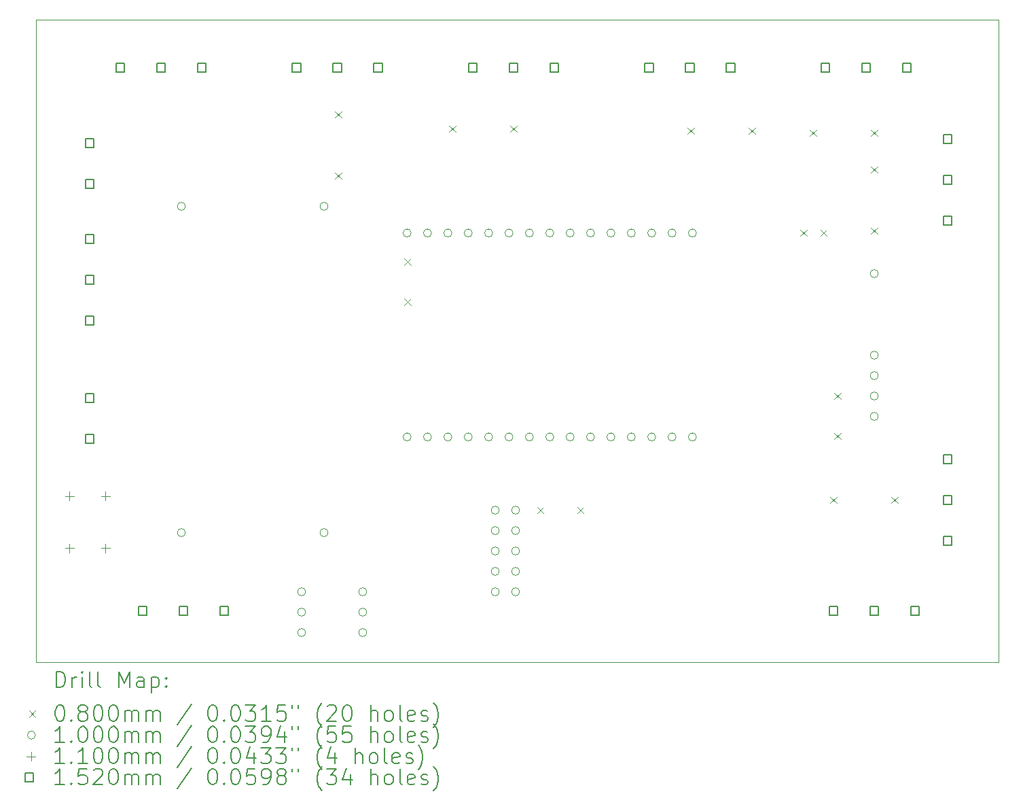
<source format=gbr>
%TF.GenerationSoftware,KiCad,Pcbnew,(6.0.7)*%
%TF.CreationDate,2022-09-07T13:32:16-04:00*%
%TF.ProjectId,luison-electronics,6c756973-6f6e-42d6-956c-656374726f6e,rev?*%
%TF.SameCoordinates,Original*%
%TF.FileFunction,Drillmap*%
%TF.FilePolarity,Positive*%
%FSLAX45Y45*%
G04 Gerber Fmt 4.5, Leading zero omitted, Abs format (unit mm)*
G04 Created by KiCad (PCBNEW (6.0.7)) date 2022-09-07 13:32:16*
%MOMM*%
%LPD*%
G01*
G04 APERTURE LIST*
%ADD10C,0.100000*%
%ADD11C,0.200000*%
%ADD12C,0.080000*%
%ADD13C,0.110000*%
%ADD14C,0.152000*%
G04 APERTURE END LIST*
D10*
X3925800Y-7353800D02*
X15925800Y-7353800D01*
X15925800Y-7353800D02*
X15925800Y-15353800D01*
X15925800Y-15353800D02*
X3925800Y-15353800D01*
X3925800Y-15353800D02*
X3925800Y-7353800D01*
D11*
D12*
X7656200Y-8494400D02*
X7736200Y-8574400D01*
X7736200Y-8494400D02*
X7656200Y-8574400D01*
X7656200Y-9256400D02*
X7736200Y-9336400D01*
X7736200Y-9256400D02*
X7656200Y-9336400D01*
X8519800Y-10327200D02*
X8599800Y-10407200D01*
X8599800Y-10327200D02*
X8519800Y-10407200D01*
X8519800Y-10827200D02*
X8599800Y-10907200D01*
X8599800Y-10827200D02*
X8519800Y-10907200D01*
X9078600Y-8672200D02*
X9158600Y-8752200D01*
X9158600Y-8672200D02*
X9078600Y-8752200D01*
X9840600Y-8672200D02*
X9920600Y-8752200D01*
X9920600Y-8672200D02*
X9840600Y-8752200D01*
X10174800Y-13422000D02*
X10254800Y-13502000D01*
X10254800Y-13422000D02*
X10174800Y-13502000D01*
X10674800Y-13422000D02*
X10754800Y-13502000D01*
X10754800Y-13422000D02*
X10674800Y-13502000D01*
X12050400Y-8697600D02*
X12130400Y-8777600D01*
X12130400Y-8697600D02*
X12050400Y-8777600D01*
X12812400Y-8697600D02*
X12892400Y-8777600D01*
X12892400Y-8697600D02*
X12812400Y-8777600D01*
X13453889Y-9967600D02*
X13533889Y-10047600D01*
X13533889Y-9967600D02*
X13453889Y-10047600D01*
X13574400Y-8723000D02*
X13654400Y-8803000D01*
X13654400Y-8723000D02*
X13574400Y-8803000D01*
X13703889Y-9967600D02*
X13783889Y-10047600D01*
X13783889Y-9967600D02*
X13703889Y-10047600D01*
X13828400Y-13295000D02*
X13908400Y-13375000D01*
X13908400Y-13295000D02*
X13828400Y-13375000D01*
X13879200Y-11999600D02*
X13959200Y-12079600D01*
X13959200Y-11999600D02*
X13879200Y-12079600D01*
X13879200Y-12499600D02*
X13959200Y-12579600D01*
X13959200Y-12499600D02*
X13879200Y-12579600D01*
X14336400Y-8723000D02*
X14416400Y-8803000D01*
X14416400Y-8723000D02*
X14336400Y-8803000D01*
X14336400Y-9180200D02*
X14416400Y-9260200D01*
X14416400Y-9180200D02*
X14336400Y-9260200D01*
X14336400Y-9942200D02*
X14416400Y-10022200D01*
X14416400Y-9942200D02*
X14336400Y-10022200D01*
X14590400Y-13295000D02*
X14670400Y-13375000D01*
X14670400Y-13295000D02*
X14590400Y-13375000D01*
D10*
X5790400Y-9677400D02*
G75*
G03*
X5790400Y-9677400I-50000J0D01*
G01*
X5790400Y-13741400D02*
G75*
G03*
X5790400Y-13741400I-50000J0D01*
G01*
X7289000Y-14478000D02*
G75*
G03*
X7289000Y-14478000I-50000J0D01*
G01*
X7289000Y-14732000D02*
G75*
G03*
X7289000Y-14732000I-50000J0D01*
G01*
X7289000Y-14986000D02*
G75*
G03*
X7289000Y-14986000I-50000J0D01*
G01*
X7568400Y-9677400D02*
G75*
G03*
X7568400Y-9677400I-50000J0D01*
G01*
X7568400Y-13741400D02*
G75*
G03*
X7568400Y-13741400I-50000J0D01*
G01*
X8051000Y-14478000D02*
G75*
G03*
X8051000Y-14478000I-50000J0D01*
G01*
X8051000Y-14732000D02*
G75*
G03*
X8051000Y-14732000I-50000J0D01*
G01*
X8051000Y-14986000D02*
G75*
G03*
X8051000Y-14986000I-50000J0D01*
G01*
X8603993Y-10009100D02*
G75*
G03*
X8603993Y-10009100I-50000J0D01*
G01*
X8603993Y-12549100D02*
G75*
G03*
X8603993Y-12549100I-50000J0D01*
G01*
X8857993Y-10009100D02*
G75*
G03*
X8857993Y-10009100I-50000J0D01*
G01*
X8857993Y-12549100D02*
G75*
G03*
X8857993Y-12549100I-50000J0D01*
G01*
X9111993Y-10009100D02*
G75*
G03*
X9111993Y-10009100I-50000J0D01*
G01*
X9111993Y-12549100D02*
G75*
G03*
X9111993Y-12549100I-50000J0D01*
G01*
X9365993Y-10009100D02*
G75*
G03*
X9365993Y-10009100I-50000J0D01*
G01*
X9365993Y-12549100D02*
G75*
G03*
X9365993Y-12549100I-50000J0D01*
G01*
X9619993Y-10009100D02*
G75*
G03*
X9619993Y-10009100I-50000J0D01*
G01*
X9619993Y-12549100D02*
G75*
G03*
X9619993Y-12549100I-50000J0D01*
G01*
X9702000Y-13462000D02*
G75*
G03*
X9702000Y-13462000I-50000J0D01*
G01*
X9702000Y-13716000D02*
G75*
G03*
X9702000Y-13716000I-50000J0D01*
G01*
X9702000Y-13970000D02*
G75*
G03*
X9702000Y-13970000I-50000J0D01*
G01*
X9702000Y-14224000D02*
G75*
G03*
X9702000Y-14224000I-50000J0D01*
G01*
X9702000Y-14478000D02*
G75*
G03*
X9702000Y-14478000I-50000J0D01*
G01*
X9873993Y-10009100D02*
G75*
G03*
X9873993Y-10009100I-50000J0D01*
G01*
X9873993Y-12549100D02*
G75*
G03*
X9873993Y-12549100I-50000J0D01*
G01*
X9956000Y-13462000D02*
G75*
G03*
X9956000Y-13462000I-50000J0D01*
G01*
X9956000Y-13716000D02*
G75*
G03*
X9956000Y-13716000I-50000J0D01*
G01*
X9956000Y-13970000D02*
G75*
G03*
X9956000Y-13970000I-50000J0D01*
G01*
X9956000Y-14224000D02*
G75*
G03*
X9956000Y-14224000I-50000J0D01*
G01*
X9956000Y-14478000D02*
G75*
G03*
X9956000Y-14478000I-50000J0D01*
G01*
X10127993Y-10009100D02*
G75*
G03*
X10127993Y-10009100I-50000J0D01*
G01*
X10127993Y-12549100D02*
G75*
G03*
X10127993Y-12549100I-50000J0D01*
G01*
X10381993Y-10009100D02*
G75*
G03*
X10381993Y-10009100I-50000J0D01*
G01*
X10381993Y-12549100D02*
G75*
G03*
X10381993Y-12549100I-50000J0D01*
G01*
X10635993Y-10009100D02*
G75*
G03*
X10635993Y-10009100I-50000J0D01*
G01*
X10635993Y-12549100D02*
G75*
G03*
X10635993Y-12549100I-50000J0D01*
G01*
X10889993Y-10009100D02*
G75*
G03*
X10889993Y-10009100I-50000J0D01*
G01*
X10889993Y-12549100D02*
G75*
G03*
X10889993Y-12549100I-50000J0D01*
G01*
X11143993Y-10009100D02*
G75*
G03*
X11143993Y-10009100I-50000J0D01*
G01*
X11143993Y-12549100D02*
G75*
G03*
X11143993Y-12549100I-50000J0D01*
G01*
X11397992Y-10009100D02*
G75*
G03*
X11397992Y-10009100I-50000J0D01*
G01*
X11397992Y-12549100D02*
G75*
G03*
X11397992Y-12549100I-50000J0D01*
G01*
X11651992Y-10009100D02*
G75*
G03*
X11651992Y-10009100I-50000J0D01*
G01*
X11651992Y-12549100D02*
G75*
G03*
X11651992Y-12549100I-50000J0D01*
G01*
X11905992Y-10009100D02*
G75*
G03*
X11905992Y-10009100I-50000J0D01*
G01*
X11905992Y-12549100D02*
G75*
G03*
X11905992Y-12549100I-50000J0D01*
G01*
X12159992Y-10009100D02*
G75*
G03*
X12159992Y-10009100I-50000J0D01*
G01*
X12159992Y-12549100D02*
G75*
G03*
X12159992Y-12549100I-50000J0D01*
G01*
X14426400Y-10515600D02*
G75*
G03*
X14426400Y-10515600I-50000J0D01*
G01*
X14426400Y-11531600D02*
G75*
G03*
X14426400Y-11531600I-50000J0D01*
G01*
X14426400Y-11785600D02*
G75*
G03*
X14426400Y-11785600I-50000J0D01*
G01*
X14426400Y-12039600D02*
G75*
G03*
X14426400Y-12039600I-50000J0D01*
G01*
X14426400Y-12293600D02*
G75*
G03*
X14426400Y-12293600I-50000J0D01*
G01*
D13*
X4343400Y-13229200D02*
X4343400Y-13339200D01*
X4288400Y-13284200D02*
X4398400Y-13284200D01*
X4343400Y-13879200D02*
X4343400Y-13989200D01*
X4288400Y-13934200D02*
X4398400Y-13934200D01*
X4793400Y-13229200D02*
X4793400Y-13339200D01*
X4738400Y-13284200D02*
X4848400Y-13284200D01*
X4793400Y-13879200D02*
X4793400Y-13989200D01*
X4738400Y-13934200D02*
X4848400Y-13934200D01*
D14*
X4651141Y-8943741D02*
X4651141Y-8836259D01*
X4543659Y-8836259D01*
X4543659Y-8943741D01*
X4651141Y-8943741D01*
X4651141Y-9451741D02*
X4651141Y-9344259D01*
X4543659Y-9344259D01*
X4543659Y-9451741D01*
X4651141Y-9451741D01*
X4651141Y-10137541D02*
X4651141Y-10030059D01*
X4543659Y-10030059D01*
X4543659Y-10137541D01*
X4651141Y-10137541D01*
X4651141Y-10645541D02*
X4651141Y-10538059D01*
X4543659Y-10538059D01*
X4543659Y-10645541D01*
X4651141Y-10645541D01*
X4651141Y-11153541D02*
X4651141Y-11046059D01*
X4543659Y-11046059D01*
X4543659Y-11153541D01*
X4651141Y-11153541D01*
X4651141Y-12118741D02*
X4651141Y-12011259D01*
X4543659Y-12011259D01*
X4543659Y-12118741D01*
X4651141Y-12118741D01*
X4651141Y-12626741D02*
X4651141Y-12519259D01*
X4543659Y-12519259D01*
X4543659Y-12626741D01*
X4651141Y-12626741D01*
X5032141Y-8003941D02*
X5032141Y-7896459D01*
X4924659Y-7896459D01*
X4924659Y-8003941D01*
X5032141Y-8003941D01*
X5311541Y-14768441D02*
X5311541Y-14660959D01*
X5204059Y-14660959D01*
X5204059Y-14768441D01*
X5311541Y-14768441D01*
X5540141Y-8003941D02*
X5540141Y-7896459D01*
X5432659Y-7896459D01*
X5432659Y-8003941D01*
X5540141Y-8003941D01*
X5819541Y-14768441D02*
X5819541Y-14660959D01*
X5712059Y-14660959D01*
X5712059Y-14768441D01*
X5819541Y-14768441D01*
X6048141Y-8003941D02*
X6048141Y-7896459D01*
X5940659Y-7896459D01*
X5940659Y-8003941D01*
X6048141Y-8003941D01*
X6327541Y-14768441D02*
X6327541Y-14660959D01*
X6220059Y-14660959D01*
X6220059Y-14768441D01*
X6327541Y-14768441D01*
X7229241Y-8003941D02*
X7229241Y-7896459D01*
X7121759Y-7896459D01*
X7121759Y-8003941D01*
X7229241Y-8003941D01*
X7737241Y-8003941D02*
X7737241Y-7896459D01*
X7629759Y-7896459D01*
X7629759Y-8003941D01*
X7737241Y-8003941D01*
X8245241Y-8003941D02*
X8245241Y-7896459D01*
X8137759Y-7896459D01*
X8137759Y-8003941D01*
X8245241Y-8003941D01*
X9426341Y-8003941D02*
X9426341Y-7896459D01*
X9318859Y-7896459D01*
X9318859Y-8003941D01*
X9426341Y-8003941D01*
X9934341Y-8003941D02*
X9934341Y-7896459D01*
X9826859Y-7896459D01*
X9826859Y-8003941D01*
X9934341Y-8003941D01*
X10442341Y-8003941D02*
X10442341Y-7896459D01*
X10334859Y-7896459D01*
X10334859Y-8003941D01*
X10442341Y-8003941D01*
X11623441Y-8003941D02*
X11623441Y-7896459D01*
X11515959Y-7896459D01*
X11515959Y-8003941D01*
X11623441Y-8003941D01*
X12131441Y-8003941D02*
X12131441Y-7896459D01*
X12023959Y-7896459D01*
X12023959Y-8003941D01*
X12131441Y-8003941D01*
X12639441Y-8003941D02*
X12639441Y-7896459D01*
X12531959Y-7896459D01*
X12531959Y-8003941D01*
X12639441Y-8003941D01*
X13820541Y-8003941D02*
X13820541Y-7896459D01*
X13713059Y-7896459D01*
X13713059Y-8003941D01*
X13820541Y-8003941D01*
X13922141Y-14768441D02*
X13922141Y-14660959D01*
X13814659Y-14660959D01*
X13814659Y-14768441D01*
X13922141Y-14768441D01*
X14328541Y-8003941D02*
X14328541Y-7896459D01*
X14221059Y-7896459D01*
X14221059Y-8003941D01*
X14328541Y-8003941D01*
X14430141Y-14768441D02*
X14430141Y-14660959D01*
X14322659Y-14660959D01*
X14322659Y-14768441D01*
X14430141Y-14768441D01*
X14836541Y-8003941D02*
X14836541Y-7896459D01*
X14729059Y-7896459D01*
X14729059Y-8003941D01*
X14836541Y-8003941D01*
X14938141Y-14768441D02*
X14938141Y-14660959D01*
X14830659Y-14660959D01*
X14830659Y-14768441D01*
X14938141Y-14768441D01*
X15344541Y-8892941D02*
X15344541Y-8785459D01*
X15237059Y-8785459D01*
X15237059Y-8892941D01*
X15344541Y-8892941D01*
X15344541Y-9400941D02*
X15344541Y-9293459D01*
X15237059Y-9293459D01*
X15237059Y-9400941D01*
X15344541Y-9400941D01*
X15344541Y-9908941D02*
X15344541Y-9801459D01*
X15237059Y-9801459D01*
X15237059Y-9908941D01*
X15344541Y-9908941D01*
X15344541Y-12880741D02*
X15344541Y-12773259D01*
X15237059Y-12773259D01*
X15237059Y-12880741D01*
X15344541Y-12880741D01*
X15344541Y-13388741D02*
X15344541Y-13281259D01*
X15237059Y-13281259D01*
X15237059Y-13388741D01*
X15344541Y-13388741D01*
X15344541Y-13896741D02*
X15344541Y-13789259D01*
X15237059Y-13789259D01*
X15237059Y-13896741D01*
X15344541Y-13896741D01*
D11*
X4178419Y-15669276D02*
X4178419Y-15469276D01*
X4226038Y-15469276D01*
X4254610Y-15478800D01*
X4273657Y-15497848D01*
X4283181Y-15516895D01*
X4292705Y-15554990D01*
X4292705Y-15583562D01*
X4283181Y-15621657D01*
X4273657Y-15640705D01*
X4254610Y-15659752D01*
X4226038Y-15669276D01*
X4178419Y-15669276D01*
X4378419Y-15669276D02*
X4378419Y-15535943D01*
X4378419Y-15574038D02*
X4387943Y-15554990D01*
X4397467Y-15545467D01*
X4416514Y-15535943D01*
X4435562Y-15535943D01*
X4502229Y-15669276D02*
X4502229Y-15535943D01*
X4502229Y-15469276D02*
X4492705Y-15478800D01*
X4502229Y-15488324D01*
X4511752Y-15478800D01*
X4502229Y-15469276D01*
X4502229Y-15488324D01*
X4626038Y-15669276D02*
X4606990Y-15659752D01*
X4597467Y-15640705D01*
X4597467Y-15469276D01*
X4730800Y-15669276D02*
X4711752Y-15659752D01*
X4702229Y-15640705D01*
X4702229Y-15469276D01*
X4959371Y-15669276D02*
X4959371Y-15469276D01*
X5026038Y-15612133D01*
X5092705Y-15469276D01*
X5092705Y-15669276D01*
X5273657Y-15669276D02*
X5273657Y-15564514D01*
X5264133Y-15545467D01*
X5245086Y-15535943D01*
X5206990Y-15535943D01*
X5187943Y-15545467D01*
X5273657Y-15659752D02*
X5254610Y-15669276D01*
X5206990Y-15669276D01*
X5187943Y-15659752D01*
X5178419Y-15640705D01*
X5178419Y-15621657D01*
X5187943Y-15602609D01*
X5206990Y-15593086D01*
X5254610Y-15593086D01*
X5273657Y-15583562D01*
X5368895Y-15535943D02*
X5368895Y-15735943D01*
X5368895Y-15545467D02*
X5387943Y-15535943D01*
X5426038Y-15535943D01*
X5445086Y-15545467D01*
X5454610Y-15554990D01*
X5464133Y-15574038D01*
X5464133Y-15631181D01*
X5454610Y-15650228D01*
X5445086Y-15659752D01*
X5426038Y-15669276D01*
X5387943Y-15669276D01*
X5368895Y-15659752D01*
X5549848Y-15650228D02*
X5559371Y-15659752D01*
X5549848Y-15669276D01*
X5540324Y-15659752D01*
X5549848Y-15650228D01*
X5549848Y-15669276D01*
X5549848Y-15545467D02*
X5559371Y-15554990D01*
X5549848Y-15564514D01*
X5540324Y-15554990D01*
X5549848Y-15545467D01*
X5549848Y-15564514D01*
D12*
X3840800Y-15958800D02*
X3920800Y-16038800D01*
X3920800Y-15958800D02*
X3840800Y-16038800D01*
D11*
X4216514Y-15889276D02*
X4235562Y-15889276D01*
X4254610Y-15898800D01*
X4264133Y-15908324D01*
X4273657Y-15927371D01*
X4283181Y-15965467D01*
X4283181Y-16013086D01*
X4273657Y-16051181D01*
X4264133Y-16070228D01*
X4254610Y-16079752D01*
X4235562Y-16089276D01*
X4216514Y-16089276D01*
X4197467Y-16079752D01*
X4187943Y-16070228D01*
X4178419Y-16051181D01*
X4168895Y-16013086D01*
X4168895Y-15965467D01*
X4178419Y-15927371D01*
X4187943Y-15908324D01*
X4197467Y-15898800D01*
X4216514Y-15889276D01*
X4368895Y-16070228D02*
X4378419Y-16079752D01*
X4368895Y-16089276D01*
X4359371Y-16079752D01*
X4368895Y-16070228D01*
X4368895Y-16089276D01*
X4492705Y-15974990D02*
X4473657Y-15965467D01*
X4464133Y-15955943D01*
X4454610Y-15936895D01*
X4454610Y-15927371D01*
X4464133Y-15908324D01*
X4473657Y-15898800D01*
X4492705Y-15889276D01*
X4530800Y-15889276D01*
X4549848Y-15898800D01*
X4559371Y-15908324D01*
X4568895Y-15927371D01*
X4568895Y-15936895D01*
X4559371Y-15955943D01*
X4549848Y-15965467D01*
X4530800Y-15974990D01*
X4492705Y-15974990D01*
X4473657Y-15984514D01*
X4464133Y-15994038D01*
X4454610Y-16013086D01*
X4454610Y-16051181D01*
X4464133Y-16070228D01*
X4473657Y-16079752D01*
X4492705Y-16089276D01*
X4530800Y-16089276D01*
X4549848Y-16079752D01*
X4559371Y-16070228D01*
X4568895Y-16051181D01*
X4568895Y-16013086D01*
X4559371Y-15994038D01*
X4549848Y-15984514D01*
X4530800Y-15974990D01*
X4692705Y-15889276D02*
X4711752Y-15889276D01*
X4730800Y-15898800D01*
X4740324Y-15908324D01*
X4749848Y-15927371D01*
X4759371Y-15965467D01*
X4759371Y-16013086D01*
X4749848Y-16051181D01*
X4740324Y-16070228D01*
X4730800Y-16079752D01*
X4711752Y-16089276D01*
X4692705Y-16089276D01*
X4673657Y-16079752D01*
X4664133Y-16070228D01*
X4654610Y-16051181D01*
X4645086Y-16013086D01*
X4645086Y-15965467D01*
X4654610Y-15927371D01*
X4664133Y-15908324D01*
X4673657Y-15898800D01*
X4692705Y-15889276D01*
X4883181Y-15889276D02*
X4902229Y-15889276D01*
X4921276Y-15898800D01*
X4930800Y-15908324D01*
X4940324Y-15927371D01*
X4949848Y-15965467D01*
X4949848Y-16013086D01*
X4940324Y-16051181D01*
X4930800Y-16070228D01*
X4921276Y-16079752D01*
X4902229Y-16089276D01*
X4883181Y-16089276D01*
X4864133Y-16079752D01*
X4854610Y-16070228D01*
X4845086Y-16051181D01*
X4835562Y-16013086D01*
X4835562Y-15965467D01*
X4845086Y-15927371D01*
X4854610Y-15908324D01*
X4864133Y-15898800D01*
X4883181Y-15889276D01*
X5035562Y-16089276D02*
X5035562Y-15955943D01*
X5035562Y-15974990D02*
X5045086Y-15965467D01*
X5064133Y-15955943D01*
X5092705Y-15955943D01*
X5111752Y-15965467D01*
X5121276Y-15984514D01*
X5121276Y-16089276D01*
X5121276Y-15984514D02*
X5130800Y-15965467D01*
X5149848Y-15955943D01*
X5178419Y-15955943D01*
X5197467Y-15965467D01*
X5206990Y-15984514D01*
X5206990Y-16089276D01*
X5302229Y-16089276D02*
X5302229Y-15955943D01*
X5302229Y-15974990D02*
X5311752Y-15965467D01*
X5330800Y-15955943D01*
X5359371Y-15955943D01*
X5378419Y-15965467D01*
X5387943Y-15984514D01*
X5387943Y-16089276D01*
X5387943Y-15984514D02*
X5397467Y-15965467D01*
X5416514Y-15955943D01*
X5445086Y-15955943D01*
X5464133Y-15965467D01*
X5473657Y-15984514D01*
X5473657Y-16089276D01*
X5864133Y-15879752D02*
X5692705Y-16136895D01*
X6121276Y-15889276D02*
X6140324Y-15889276D01*
X6159371Y-15898800D01*
X6168895Y-15908324D01*
X6178419Y-15927371D01*
X6187943Y-15965467D01*
X6187943Y-16013086D01*
X6178419Y-16051181D01*
X6168895Y-16070228D01*
X6159371Y-16079752D01*
X6140324Y-16089276D01*
X6121276Y-16089276D01*
X6102228Y-16079752D01*
X6092705Y-16070228D01*
X6083181Y-16051181D01*
X6073657Y-16013086D01*
X6073657Y-15965467D01*
X6083181Y-15927371D01*
X6092705Y-15908324D01*
X6102228Y-15898800D01*
X6121276Y-15889276D01*
X6273657Y-16070228D02*
X6283181Y-16079752D01*
X6273657Y-16089276D01*
X6264133Y-16079752D01*
X6273657Y-16070228D01*
X6273657Y-16089276D01*
X6406990Y-15889276D02*
X6426038Y-15889276D01*
X6445086Y-15898800D01*
X6454609Y-15908324D01*
X6464133Y-15927371D01*
X6473657Y-15965467D01*
X6473657Y-16013086D01*
X6464133Y-16051181D01*
X6454609Y-16070228D01*
X6445086Y-16079752D01*
X6426038Y-16089276D01*
X6406990Y-16089276D01*
X6387943Y-16079752D01*
X6378419Y-16070228D01*
X6368895Y-16051181D01*
X6359371Y-16013086D01*
X6359371Y-15965467D01*
X6368895Y-15927371D01*
X6378419Y-15908324D01*
X6387943Y-15898800D01*
X6406990Y-15889276D01*
X6540324Y-15889276D02*
X6664133Y-15889276D01*
X6597467Y-15965467D01*
X6626038Y-15965467D01*
X6645086Y-15974990D01*
X6654609Y-15984514D01*
X6664133Y-16003562D01*
X6664133Y-16051181D01*
X6654609Y-16070228D01*
X6645086Y-16079752D01*
X6626038Y-16089276D01*
X6568895Y-16089276D01*
X6549848Y-16079752D01*
X6540324Y-16070228D01*
X6854609Y-16089276D02*
X6740324Y-16089276D01*
X6797467Y-16089276D02*
X6797467Y-15889276D01*
X6778419Y-15917848D01*
X6759371Y-15936895D01*
X6740324Y-15946419D01*
X7035562Y-15889276D02*
X6940324Y-15889276D01*
X6930800Y-15984514D01*
X6940324Y-15974990D01*
X6959371Y-15965467D01*
X7006990Y-15965467D01*
X7026038Y-15974990D01*
X7035562Y-15984514D01*
X7045086Y-16003562D01*
X7045086Y-16051181D01*
X7035562Y-16070228D01*
X7026038Y-16079752D01*
X7006990Y-16089276D01*
X6959371Y-16089276D01*
X6940324Y-16079752D01*
X6930800Y-16070228D01*
X7121276Y-15889276D02*
X7121276Y-15927371D01*
X7197467Y-15889276D02*
X7197467Y-15927371D01*
X7492705Y-16165467D02*
X7483181Y-16155943D01*
X7464133Y-16127371D01*
X7454609Y-16108324D01*
X7445086Y-16079752D01*
X7435562Y-16032133D01*
X7435562Y-15994038D01*
X7445086Y-15946419D01*
X7454609Y-15917848D01*
X7464133Y-15898800D01*
X7483181Y-15870228D01*
X7492705Y-15860705D01*
X7559371Y-15908324D02*
X7568895Y-15898800D01*
X7587943Y-15889276D01*
X7635562Y-15889276D01*
X7654609Y-15898800D01*
X7664133Y-15908324D01*
X7673657Y-15927371D01*
X7673657Y-15946419D01*
X7664133Y-15974990D01*
X7549848Y-16089276D01*
X7673657Y-16089276D01*
X7797467Y-15889276D02*
X7816514Y-15889276D01*
X7835562Y-15898800D01*
X7845086Y-15908324D01*
X7854609Y-15927371D01*
X7864133Y-15965467D01*
X7864133Y-16013086D01*
X7854609Y-16051181D01*
X7845086Y-16070228D01*
X7835562Y-16079752D01*
X7816514Y-16089276D01*
X7797467Y-16089276D01*
X7778419Y-16079752D01*
X7768895Y-16070228D01*
X7759371Y-16051181D01*
X7749848Y-16013086D01*
X7749848Y-15965467D01*
X7759371Y-15927371D01*
X7768895Y-15908324D01*
X7778419Y-15898800D01*
X7797467Y-15889276D01*
X8102228Y-16089276D02*
X8102228Y-15889276D01*
X8187943Y-16089276D02*
X8187943Y-15984514D01*
X8178419Y-15965467D01*
X8159371Y-15955943D01*
X8130800Y-15955943D01*
X8111752Y-15965467D01*
X8102228Y-15974990D01*
X8311752Y-16089276D02*
X8292705Y-16079752D01*
X8283181Y-16070228D01*
X8273657Y-16051181D01*
X8273657Y-15994038D01*
X8283181Y-15974990D01*
X8292705Y-15965467D01*
X8311752Y-15955943D01*
X8340324Y-15955943D01*
X8359371Y-15965467D01*
X8368895Y-15974990D01*
X8378419Y-15994038D01*
X8378419Y-16051181D01*
X8368895Y-16070228D01*
X8359371Y-16079752D01*
X8340324Y-16089276D01*
X8311752Y-16089276D01*
X8492705Y-16089276D02*
X8473657Y-16079752D01*
X8464133Y-16060705D01*
X8464133Y-15889276D01*
X8645086Y-16079752D02*
X8626038Y-16089276D01*
X8587943Y-16089276D01*
X8568895Y-16079752D01*
X8559371Y-16060705D01*
X8559371Y-15984514D01*
X8568895Y-15965467D01*
X8587943Y-15955943D01*
X8626038Y-15955943D01*
X8645086Y-15965467D01*
X8654610Y-15984514D01*
X8654610Y-16003562D01*
X8559371Y-16022609D01*
X8730800Y-16079752D02*
X8749848Y-16089276D01*
X8787943Y-16089276D01*
X8806990Y-16079752D01*
X8816514Y-16060705D01*
X8816514Y-16051181D01*
X8806990Y-16032133D01*
X8787943Y-16022609D01*
X8759371Y-16022609D01*
X8740324Y-16013086D01*
X8730800Y-15994038D01*
X8730800Y-15984514D01*
X8740324Y-15965467D01*
X8759371Y-15955943D01*
X8787943Y-15955943D01*
X8806990Y-15965467D01*
X8883181Y-16165467D02*
X8892705Y-16155943D01*
X8911752Y-16127371D01*
X8921276Y-16108324D01*
X8930800Y-16079752D01*
X8940324Y-16032133D01*
X8940324Y-15994038D01*
X8930800Y-15946419D01*
X8921276Y-15917848D01*
X8911752Y-15898800D01*
X8892705Y-15870228D01*
X8883181Y-15860705D01*
D10*
X3920800Y-16262800D02*
G75*
G03*
X3920800Y-16262800I-50000J0D01*
G01*
D11*
X4283181Y-16353276D02*
X4168895Y-16353276D01*
X4226038Y-16353276D02*
X4226038Y-16153276D01*
X4206990Y-16181848D01*
X4187943Y-16200895D01*
X4168895Y-16210419D01*
X4368895Y-16334228D02*
X4378419Y-16343752D01*
X4368895Y-16353276D01*
X4359371Y-16343752D01*
X4368895Y-16334228D01*
X4368895Y-16353276D01*
X4502229Y-16153276D02*
X4521276Y-16153276D01*
X4540324Y-16162800D01*
X4549848Y-16172324D01*
X4559371Y-16191371D01*
X4568895Y-16229467D01*
X4568895Y-16277086D01*
X4559371Y-16315181D01*
X4549848Y-16334228D01*
X4540324Y-16343752D01*
X4521276Y-16353276D01*
X4502229Y-16353276D01*
X4483181Y-16343752D01*
X4473657Y-16334228D01*
X4464133Y-16315181D01*
X4454610Y-16277086D01*
X4454610Y-16229467D01*
X4464133Y-16191371D01*
X4473657Y-16172324D01*
X4483181Y-16162800D01*
X4502229Y-16153276D01*
X4692705Y-16153276D02*
X4711752Y-16153276D01*
X4730800Y-16162800D01*
X4740324Y-16172324D01*
X4749848Y-16191371D01*
X4759371Y-16229467D01*
X4759371Y-16277086D01*
X4749848Y-16315181D01*
X4740324Y-16334228D01*
X4730800Y-16343752D01*
X4711752Y-16353276D01*
X4692705Y-16353276D01*
X4673657Y-16343752D01*
X4664133Y-16334228D01*
X4654610Y-16315181D01*
X4645086Y-16277086D01*
X4645086Y-16229467D01*
X4654610Y-16191371D01*
X4664133Y-16172324D01*
X4673657Y-16162800D01*
X4692705Y-16153276D01*
X4883181Y-16153276D02*
X4902229Y-16153276D01*
X4921276Y-16162800D01*
X4930800Y-16172324D01*
X4940324Y-16191371D01*
X4949848Y-16229467D01*
X4949848Y-16277086D01*
X4940324Y-16315181D01*
X4930800Y-16334228D01*
X4921276Y-16343752D01*
X4902229Y-16353276D01*
X4883181Y-16353276D01*
X4864133Y-16343752D01*
X4854610Y-16334228D01*
X4845086Y-16315181D01*
X4835562Y-16277086D01*
X4835562Y-16229467D01*
X4845086Y-16191371D01*
X4854610Y-16172324D01*
X4864133Y-16162800D01*
X4883181Y-16153276D01*
X5035562Y-16353276D02*
X5035562Y-16219943D01*
X5035562Y-16238990D02*
X5045086Y-16229467D01*
X5064133Y-16219943D01*
X5092705Y-16219943D01*
X5111752Y-16229467D01*
X5121276Y-16248514D01*
X5121276Y-16353276D01*
X5121276Y-16248514D02*
X5130800Y-16229467D01*
X5149848Y-16219943D01*
X5178419Y-16219943D01*
X5197467Y-16229467D01*
X5206990Y-16248514D01*
X5206990Y-16353276D01*
X5302229Y-16353276D02*
X5302229Y-16219943D01*
X5302229Y-16238990D02*
X5311752Y-16229467D01*
X5330800Y-16219943D01*
X5359371Y-16219943D01*
X5378419Y-16229467D01*
X5387943Y-16248514D01*
X5387943Y-16353276D01*
X5387943Y-16248514D02*
X5397467Y-16229467D01*
X5416514Y-16219943D01*
X5445086Y-16219943D01*
X5464133Y-16229467D01*
X5473657Y-16248514D01*
X5473657Y-16353276D01*
X5864133Y-16143752D02*
X5692705Y-16400895D01*
X6121276Y-16153276D02*
X6140324Y-16153276D01*
X6159371Y-16162800D01*
X6168895Y-16172324D01*
X6178419Y-16191371D01*
X6187943Y-16229467D01*
X6187943Y-16277086D01*
X6178419Y-16315181D01*
X6168895Y-16334228D01*
X6159371Y-16343752D01*
X6140324Y-16353276D01*
X6121276Y-16353276D01*
X6102228Y-16343752D01*
X6092705Y-16334228D01*
X6083181Y-16315181D01*
X6073657Y-16277086D01*
X6073657Y-16229467D01*
X6083181Y-16191371D01*
X6092705Y-16172324D01*
X6102228Y-16162800D01*
X6121276Y-16153276D01*
X6273657Y-16334228D02*
X6283181Y-16343752D01*
X6273657Y-16353276D01*
X6264133Y-16343752D01*
X6273657Y-16334228D01*
X6273657Y-16353276D01*
X6406990Y-16153276D02*
X6426038Y-16153276D01*
X6445086Y-16162800D01*
X6454609Y-16172324D01*
X6464133Y-16191371D01*
X6473657Y-16229467D01*
X6473657Y-16277086D01*
X6464133Y-16315181D01*
X6454609Y-16334228D01*
X6445086Y-16343752D01*
X6426038Y-16353276D01*
X6406990Y-16353276D01*
X6387943Y-16343752D01*
X6378419Y-16334228D01*
X6368895Y-16315181D01*
X6359371Y-16277086D01*
X6359371Y-16229467D01*
X6368895Y-16191371D01*
X6378419Y-16172324D01*
X6387943Y-16162800D01*
X6406990Y-16153276D01*
X6540324Y-16153276D02*
X6664133Y-16153276D01*
X6597467Y-16229467D01*
X6626038Y-16229467D01*
X6645086Y-16238990D01*
X6654609Y-16248514D01*
X6664133Y-16267562D01*
X6664133Y-16315181D01*
X6654609Y-16334228D01*
X6645086Y-16343752D01*
X6626038Y-16353276D01*
X6568895Y-16353276D01*
X6549848Y-16343752D01*
X6540324Y-16334228D01*
X6759371Y-16353276D02*
X6797467Y-16353276D01*
X6816514Y-16343752D01*
X6826038Y-16334228D01*
X6845086Y-16305657D01*
X6854609Y-16267562D01*
X6854609Y-16191371D01*
X6845086Y-16172324D01*
X6835562Y-16162800D01*
X6816514Y-16153276D01*
X6778419Y-16153276D01*
X6759371Y-16162800D01*
X6749848Y-16172324D01*
X6740324Y-16191371D01*
X6740324Y-16238990D01*
X6749848Y-16258038D01*
X6759371Y-16267562D01*
X6778419Y-16277086D01*
X6816514Y-16277086D01*
X6835562Y-16267562D01*
X6845086Y-16258038D01*
X6854609Y-16238990D01*
X7026038Y-16219943D02*
X7026038Y-16353276D01*
X6978419Y-16143752D02*
X6930800Y-16286609D01*
X7054609Y-16286609D01*
X7121276Y-16153276D02*
X7121276Y-16191371D01*
X7197467Y-16153276D02*
X7197467Y-16191371D01*
X7492705Y-16429467D02*
X7483181Y-16419943D01*
X7464133Y-16391371D01*
X7454609Y-16372324D01*
X7445086Y-16343752D01*
X7435562Y-16296133D01*
X7435562Y-16258038D01*
X7445086Y-16210419D01*
X7454609Y-16181848D01*
X7464133Y-16162800D01*
X7483181Y-16134228D01*
X7492705Y-16124705D01*
X7664133Y-16153276D02*
X7568895Y-16153276D01*
X7559371Y-16248514D01*
X7568895Y-16238990D01*
X7587943Y-16229467D01*
X7635562Y-16229467D01*
X7654609Y-16238990D01*
X7664133Y-16248514D01*
X7673657Y-16267562D01*
X7673657Y-16315181D01*
X7664133Y-16334228D01*
X7654609Y-16343752D01*
X7635562Y-16353276D01*
X7587943Y-16353276D01*
X7568895Y-16343752D01*
X7559371Y-16334228D01*
X7854609Y-16153276D02*
X7759371Y-16153276D01*
X7749848Y-16248514D01*
X7759371Y-16238990D01*
X7778419Y-16229467D01*
X7826038Y-16229467D01*
X7845086Y-16238990D01*
X7854609Y-16248514D01*
X7864133Y-16267562D01*
X7864133Y-16315181D01*
X7854609Y-16334228D01*
X7845086Y-16343752D01*
X7826038Y-16353276D01*
X7778419Y-16353276D01*
X7759371Y-16343752D01*
X7749848Y-16334228D01*
X8102228Y-16353276D02*
X8102228Y-16153276D01*
X8187943Y-16353276D02*
X8187943Y-16248514D01*
X8178419Y-16229467D01*
X8159371Y-16219943D01*
X8130800Y-16219943D01*
X8111752Y-16229467D01*
X8102228Y-16238990D01*
X8311752Y-16353276D02*
X8292705Y-16343752D01*
X8283181Y-16334228D01*
X8273657Y-16315181D01*
X8273657Y-16258038D01*
X8283181Y-16238990D01*
X8292705Y-16229467D01*
X8311752Y-16219943D01*
X8340324Y-16219943D01*
X8359371Y-16229467D01*
X8368895Y-16238990D01*
X8378419Y-16258038D01*
X8378419Y-16315181D01*
X8368895Y-16334228D01*
X8359371Y-16343752D01*
X8340324Y-16353276D01*
X8311752Y-16353276D01*
X8492705Y-16353276D02*
X8473657Y-16343752D01*
X8464133Y-16324705D01*
X8464133Y-16153276D01*
X8645086Y-16343752D02*
X8626038Y-16353276D01*
X8587943Y-16353276D01*
X8568895Y-16343752D01*
X8559371Y-16324705D01*
X8559371Y-16248514D01*
X8568895Y-16229467D01*
X8587943Y-16219943D01*
X8626038Y-16219943D01*
X8645086Y-16229467D01*
X8654610Y-16248514D01*
X8654610Y-16267562D01*
X8559371Y-16286609D01*
X8730800Y-16343752D02*
X8749848Y-16353276D01*
X8787943Y-16353276D01*
X8806990Y-16343752D01*
X8816514Y-16324705D01*
X8816514Y-16315181D01*
X8806990Y-16296133D01*
X8787943Y-16286609D01*
X8759371Y-16286609D01*
X8740324Y-16277086D01*
X8730800Y-16258038D01*
X8730800Y-16248514D01*
X8740324Y-16229467D01*
X8759371Y-16219943D01*
X8787943Y-16219943D01*
X8806990Y-16229467D01*
X8883181Y-16429467D02*
X8892705Y-16419943D01*
X8911752Y-16391371D01*
X8921276Y-16372324D01*
X8930800Y-16343752D01*
X8940324Y-16296133D01*
X8940324Y-16258038D01*
X8930800Y-16210419D01*
X8921276Y-16181848D01*
X8911752Y-16162800D01*
X8892705Y-16134228D01*
X8883181Y-16124705D01*
D13*
X3865800Y-16471800D02*
X3865800Y-16581800D01*
X3810800Y-16526800D02*
X3920800Y-16526800D01*
D11*
X4283181Y-16617276D02*
X4168895Y-16617276D01*
X4226038Y-16617276D02*
X4226038Y-16417276D01*
X4206990Y-16445848D01*
X4187943Y-16464895D01*
X4168895Y-16474419D01*
X4368895Y-16598228D02*
X4378419Y-16607752D01*
X4368895Y-16617276D01*
X4359371Y-16607752D01*
X4368895Y-16598228D01*
X4368895Y-16617276D01*
X4568895Y-16617276D02*
X4454610Y-16617276D01*
X4511752Y-16617276D02*
X4511752Y-16417276D01*
X4492705Y-16445848D01*
X4473657Y-16464895D01*
X4454610Y-16474419D01*
X4692705Y-16417276D02*
X4711752Y-16417276D01*
X4730800Y-16426800D01*
X4740324Y-16436324D01*
X4749848Y-16455371D01*
X4759371Y-16493467D01*
X4759371Y-16541086D01*
X4749848Y-16579181D01*
X4740324Y-16598228D01*
X4730800Y-16607752D01*
X4711752Y-16617276D01*
X4692705Y-16617276D01*
X4673657Y-16607752D01*
X4664133Y-16598228D01*
X4654610Y-16579181D01*
X4645086Y-16541086D01*
X4645086Y-16493467D01*
X4654610Y-16455371D01*
X4664133Y-16436324D01*
X4673657Y-16426800D01*
X4692705Y-16417276D01*
X4883181Y-16417276D02*
X4902229Y-16417276D01*
X4921276Y-16426800D01*
X4930800Y-16436324D01*
X4940324Y-16455371D01*
X4949848Y-16493467D01*
X4949848Y-16541086D01*
X4940324Y-16579181D01*
X4930800Y-16598228D01*
X4921276Y-16607752D01*
X4902229Y-16617276D01*
X4883181Y-16617276D01*
X4864133Y-16607752D01*
X4854610Y-16598228D01*
X4845086Y-16579181D01*
X4835562Y-16541086D01*
X4835562Y-16493467D01*
X4845086Y-16455371D01*
X4854610Y-16436324D01*
X4864133Y-16426800D01*
X4883181Y-16417276D01*
X5035562Y-16617276D02*
X5035562Y-16483943D01*
X5035562Y-16502990D02*
X5045086Y-16493467D01*
X5064133Y-16483943D01*
X5092705Y-16483943D01*
X5111752Y-16493467D01*
X5121276Y-16512514D01*
X5121276Y-16617276D01*
X5121276Y-16512514D02*
X5130800Y-16493467D01*
X5149848Y-16483943D01*
X5178419Y-16483943D01*
X5197467Y-16493467D01*
X5206990Y-16512514D01*
X5206990Y-16617276D01*
X5302229Y-16617276D02*
X5302229Y-16483943D01*
X5302229Y-16502990D02*
X5311752Y-16493467D01*
X5330800Y-16483943D01*
X5359371Y-16483943D01*
X5378419Y-16493467D01*
X5387943Y-16512514D01*
X5387943Y-16617276D01*
X5387943Y-16512514D02*
X5397467Y-16493467D01*
X5416514Y-16483943D01*
X5445086Y-16483943D01*
X5464133Y-16493467D01*
X5473657Y-16512514D01*
X5473657Y-16617276D01*
X5864133Y-16407752D02*
X5692705Y-16664895D01*
X6121276Y-16417276D02*
X6140324Y-16417276D01*
X6159371Y-16426800D01*
X6168895Y-16436324D01*
X6178419Y-16455371D01*
X6187943Y-16493467D01*
X6187943Y-16541086D01*
X6178419Y-16579181D01*
X6168895Y-16598228D01*
X6159371Y-16607752D01*
X6140324Y-16617276D01*
X6121276Y-16617276D01*
X6102228Y-16607752D01*
X6092705Y-16598228D01*
X6083181Y-16579181D01*
X6073657Y-16541086D01*
X6073657Y-16493467D01*
X6083181Y-16455371D01*
X6092705Y-16436324D01*
X6102228Y-16426800D01*
X6121276Y-16417276D01*
X6273657Y-16598228D02*
X6283181Y-16607752D01*
X6273657Y-16617276D01*
X6264133Y-16607752D01*
X6273657Y-16598228D01*
X6273657Y-16617276D01*
X6406990Y-16417276D02*
X6426038Y-16417276D01*
X6445086Y-16426800D01*
X6454609Y-16436324D01*
X6464133Y-16455371D01*
X6473657Y-16493467D01*
X6473657Y-16541086D01*
X6464133Y-16579181D01*
X6454609Y-16598228D01*
X6445086Y-16607752D01*
X6426038Y-16617276D01*
X6406990Y-16617276D01*
X6387943Y-16607752D01*
X6378419Y-16598228D01*
X6368895Y-16579181D01*
X6359371Y-16541086D01*
X6359371Y-16493467D01*
X6368895Y-16455371D01*
X6378419Y-16436324D01*
X6387943Y-16426800D01*
X6406990Y-16417276D01*
X6645086Y-16483943D02*
X6645086Y-16617276D01*
X6597467Y-16407752D02*
X6549848Y-16550609D01*
X6673657Y-16550609D01*
X6730800Y-16417276D02*
X6854609Y-16417276D01*
X6787943Y-16493467D01*
X6816514Y-16493467D01*
X6835562Y-16502990D01*
X6845086Y-16512514D01*
X6854609Y-16531562D01*
X6854609Y-16579181D01*
X6845086Y-16598228D01*
X6835562Y-16607752D01*
X6816514Y-16617276D01*
X6759371Y-16617276D01*
X6740324Y-16607752D01*
X6730800Y-16598228D01*
X6921276Y-16417276D02*
X7045086Y-16417276D01*
X6978419Y-16493467D01*
X7006990Y-16493467D01*
X7026038Y-16502990D01*
X7035562Y-16512514D01*
X7045086Y-16531562D01*
X7045086Y-16579181D01*
X7035562Y-16598228D01*
X7026038Y-16607752D01*
X7006990Y-16617276D01*
X6949848Y-16617276D01*
X6930800Y-16607752D01*
X6921276Y-16598228D01*
X7121276Y-16417276D02*
X7121276Y-16455371D01*
X7197467Y-16417276D02*
X7197467Y-16455371D01*
X7492705Y-16693467D02*
X7483181Y-16683943D01*
X7464133Y-16655371D01*
X7454609Y-16636324D01*
X7445086Y-16607752D01*
X7435562Y-16560133D01*
X7435562Y-16522038D01*
X7445086Y-16474419D01*
X7454609Y-16445848D01*
X7464133Y-16426800D01*
X7483181Y-16398228D01*
X7492705Y-16388705D01*
X7654609Y-16483943D02*
X7654609Y-16617276D01*
X7606990Y-16407752D02*
X7559371Y-16550609D01*
X7683181Y-16550609D01*
X7911752Y-16617276D02*
X7911752Y-16417276D01*
X7997467Y-16617276D02*
X7997467Y-16512514D01*
X7987943Y-16493467D01*
X7968895Y-16483943D01*
X7940324Y-16483943D01*
X7921276Y-16493467D01*
X7911752Y-16502990D01*
X8121276Y-16617276D02*
X8102228Y-16607752D01*
X8092705Y-16598228D01*
X8083181Y-16579181D01*
X8083181Y-16522038D01*
X8092705Y-16502990D01*
X8102228Y-16493467D01*
X8121276Y-16483943D01*
X8149848Y-16483943D01*
X8168895Y-16493467D01*
X8178419Y-16502990D01*
X8187943Y-16522038D01*
X8187943Y-16579181D01*
X8178419Y-16598228D01*
X8168895Y-16607752D01*
X8149848Y-16617276D01*
X8121276Y-16617276D01*
X8302228Y-16617276D02*
X8283181Y-16607752D01*
X8273657Y-16588705D01*
X8273657Y-16417276D01*
X8454610Y-16607752D02*
X8435562Y-16617276D01*
X8397467Y-16617276D01*
X8378419Y-16607752D01*
X8368895Y-16588705D01*
X8368895Y-16512514D01*
X8378419Y-16493467D01*
X8397467Y-16483943D01*
X8435562Y-16483943D01*
X8454610Y-16493467D01*
X8464133Y-16512514D01*
X8464133Y-16531562D01*
X8368895Y-16550609D01*
X8540324Y-16607752D02*
X8559371Y-16617276D01*
X8597467Y-16617276D01*
X8616514Y-16607752D01*
X8626038Y-16588705D01*
X8626038Y-16579181D01*
X8616514Y-16560133D01*
X8597467Y-16550609D01*
X8568895Y-16550609D01*
X8549848Y-16541086D01*
X8540324Y-16522038D01*
X8540324Y-16512514D01*
X8549848Y-16493467D01*
X8568895Y-16483943D01*
X8597467Y-16483943D01*
X8616514Y-16493467D01*
X8692705Y-16693467D02*
X8702229Y-16683943D01*
X8721276Y-16655371D01*
X8730800Y-16636324D01*
X8740324Y-16607752D01*
X8749848Y-16560133D01*
X8749848Y-16522038D01*
X8740324Y-16474419D01*
X8730800Y-16445848D01*
X8721276Y-16426800D01*
X8702229Y-16398228D01*
X8692705Y-16388705D01*
D14*
X3898541Y-16844541D02*
X3898541Y-16737059D01*
X3791059Y-16737059D01*
X3791059Y-16844541D01*
X3898541Y-16844541D01*
D11*
X4283181Y-16881276D02*
X4168895Y-16881276D01*
X4226038Y-16881276D02*
X4226038Y-16681276D01*
X4206990Y-16709848D01*
X4187943Y-16728895D01*
X4168895Y-16738419D01*
X4368895Y-16862229D02*
X4378419Y-16871752D01*
X4368895Y-16881276D01*
X4359371Y-16871752D01*
X4368895Y-16862229D01*
X4368895Y-16881276D01*
X4559371Y-16681276D02*
X4464133Y-16681276D01*
X4454610Y-16776514D01*
X4464133Y-16766990D01*
X4483181Y-16757467D01*
X4530800Y-16757467D01*
X4549848Y-16766990D01*
X4559371Y-16776514D01*
X4568895Y-16795562D01*
X4568895Y-16843181D01*
X4559371Y-16862229D01*
X4549848Y-16871752D01*
X4530800Y-16881276D01*
X4483181Y-16881276D01*
X4464133Y-16871752D01*
X4454610Y-16862229D01*
X4645086Y-16700324D02*
X4654610Y-16690800D01*
X4673657Y-16681276D01*
X4721276Y-16681276D01*
X4740324Y-16690800D01*
X4749848Y-16700324D01*
X4759371Y-16719371D01*
X4759371Y-16738419D01*
X4749848Y-16766990D01*
X4635562Y-16881276D01*
X4759371Y-16881276D01*
X4883181Y-16681276D02*
X4902229Y-16681276D01*
X4921276Y-16690800D01*
X4930800Y-16700324D01*
X4940324Y-16719371D01*
X4949848Y-16757467D01*
X4949848Y-16805086D01*
X4940324Y-16843181D01*
X4930800Y-16862229D01*
X4921276Y-16871752D01*
X4902229Y-16881276D01*
X4883181Y-16881276D01*
X4864133Y-16871752D01*
X4854610Y-16862229D01*
X4845086Y-16843181D01*
X4835562Y-16805086D01*
X4835562Y-16757467D01*
X4845086Y-16719371D01*
X4854610Y-16700324D01*
X4864133Y-16690800D01*
X4883181Y-16681276D01*
X5035562Y-16881276D02*
X5035562Y-16747943D01*
X5035562Y-16766990D02*
X5045086Y-16757467D01*
X5064133Y-16747943D01*
X5092705Y-16747943D01*
X5111752Y-16757467D01*
X5121276Y-16776514D01*
X5121276Y-16881276D01*
X5121276Y-16776514D02*
X5130800Y-16757467D01*
X5149848Y-16747943D01*
X5178419Y-16747943D01*
X5197467Y-16757467D01*
X5206990Y-16776514D01*
X5206990Y-16881276D01*
X5302229Y-16881276D02*
X5302229Y-16747943D01*
X5302229Y-16766990D02*
X5311752Y-16757467D01*
X5330800Y-16747943D01*
X5359371Y-16747943D01*
X5378419Y-16757467D01*
X5387943Y-16776514D01*
X5387943Y-16881276D01*
X5387943Y-16776514D02*
X5397467Y-16757467D01*
X5416514Y-16747943D01*
X5445086Y-16747943D01*
X5464133Y-16757467D01*
X5473657Y-16776514D01*
X5473657Y-16881276D01*
X5864133Y-16671752D02*
X5692705Y-16928895D01*
X6121276Y-16681276D02*
X6140324Y-16681276D01*
X6159371Y-16690800D01*
X6168895Y-16700324D01*
X6178419Y-16719371D01*
X6187943Y-16757467D01*
X6187943Y-16805086D01*
X6178419Y-16843181D01*
X6168895Y-16862229D01*
X6159371Y-16871752D01*
X6140324Y-16881276D01*
X6121276Y-16881276D01*
X6102228Y-16871752D01*
X6092705Y-16862229D01*
X6083181Y-16843181D01*
X6073657Y-16805086D01*
X6073657Y-16757467D01*
X6083181Y-16719371D01*
X6092705Y-16700324D01*
X6102228Y-16690800D01*
X6121276Y-16681276D01*
X6273657Y-16862229D02*
X6283181Y-16871752D01*
X6273657Y-16881276D01*
X6264133Y-16871752D01*
X6273657Y-16862229D01*
X6273657Y-16881276D01*
X6406990Y-16681276D02*
X6426038Y-16681276D01*
X6445086Y-16690800D01*
X6454609Y-16700324D01*
X6464133Y-16719371D01*
X6473657Y-16757467D01*
X6473657Y-16805086D01*
X6464133Y-16843181D01*
X6454609Y-16862229D01*
X6445086Y-16871752D01*
X6426038Y-16881276D01*
X6406990Y-16881276D01*
X6387943Y-16871752D01*
X6378419Y-16862229D01*
X6368895Y-16843181D01*
X6359371Y-16805086D01*
X6359371Y-16757467D01*
X6368895Y-16719371D01*
X6378419Y-16700324D01*
X6387943Y-16690800D01*
X6406990Y-16681276D01*
X6654609Y-16681276D02*
X6559371Y-16681276D01*
X6549848Y-16776514D01*
X6559371Y-16766990D01*
X6578419Y-16757467D01*
X6626038Y-16757467D01*
X6645086Y-16766990D01*
X6654609Y-16776514D01*
X6664133Y-16795562D01*
X6664133Y-16843181D01*
X6654609Y-16862229D01*
X6645086Y-16871752D01*
X6626038Y-16881276D01*
X6578419Y-16881276D01*
X6559371Y-16871752D01*
X6549848Y-16862229D01*
X6759371Y-16881276D02*
X6797467Y-16881276D01*
X6816514Y-16871752D01*
X6826038Y-16862229D01*
X6845086Y-16833657D01*
X6854609Y-16795562D01*
X6854609Y-16719371D01*
X6845086Y-16700324D01*
X6835562Y-16690800D01*
X6816514Y-16681276D01*
X6778419Y-16681276D01*
X6759371Y-16690800D01*
X6749848Y-16700324D01*
X6740324Y-16719371D01*
X6740324Y-16766990D01*
X6749848Y-16786038D01*
X6759371Y-16795562D01*
X6778419Y-16805086D01*
X6816514Y-16805086D01*
X6835562Y-16795562D01*
X6845086Y-16786038D01*
X6854609Y-16766990D01*
X6968895Y-16766990D02*
X6949848Y-16757467D01*
X6940324Y-16747943D01*
X6930800Y-16728895D01*
X6930800Y-16719371D01*
X6940324Y-16700324D01*
X6949848Y-16690800D01*
X6968895Y-16681276D01*
X7006990Y-16681276D01*
X7026038Y-16690800D01*
X7035562Y-16700324D01*
X7045086Y-16719371D01*
X7045086Y-16728895D01*
X7035562Y-16747943D01*
X7026038Y-16757467D01*
X7006990Y-16766990D01*
X6968895Y-16766990D01*
X6949848Y-16776514D01*
X6940324Y-16786038D01*
X6930800Y-16805086D01*
X6930800Y-16843181D01*
X6940324Y-16862229D01*
X6949848Y-16871752D01*
X6968895Y-16881276D01*
X7006990Y-16881276D01*
X7026038Y-16871752D01*
X7035562Y-16862229D01*
X7045086Y-16843181D01*
X7045086Y-16805086D01*
X7035562Y-16786038D01*
X7026038Y-16776514D01*
X7006990Y-16766990D01*
X7121276Y-16681276D02*
X7121276Y-16719371D01*
X7197467Y-16681276D02*
X7197467Y-16719371D01*
X7492705Y-16957467D02*
X7483181Y-16947943D01*
X7464133Y-16919371D01*
X7454609Y-16900324D01*
X7445086Y-16871752D01*
X7435562Y-16824133D01*
X7435562Y-16786038D01*
X7445086Y-16738419D01*
X7454609Y-16709848D01*
X7464133Y-16690800D01*
X7483181Y-16662228D01*
X7492705Y-16652705D01*
X7549848Y-16681276D02*
X7673657Y-16681276D01*
X7606990Y-16757467D01*
X7635562Y-16757467D01*
X7654609Y-16766990D01*
X7664133Y-16776514D01*
X7673657Y-16795562D01*
X7673657Y-16843181D01*
X7664133Y-16862229D01*
X7654609Y-16871752D01*
X7635562Y-16881276D01*
X7578419Y-16881276D01*
X7559371Y-16871752D01*
X7549848Y-16862229D01*
X7845086Y-16747943D02*
X7845086Y-16881276D01*
X7797467Y-16671752D02*
X7749848Y-16814610D01*
X7873657Y-16814610D01*
X8102228Y-16881276D02*
X8102228Y-16681276D01*
X8187943Y-16881276D02*
X8187943Y-16776514D01*
X8178419Y-16757467D01*
X8159371Y-16747943D01*
X8130800Y-16747943D01*
X8111752Y-16757467D01*
X8102228Y-16766990D01*
X8311752Y-16881276D02*
X8292705Y-16871752D01*
X8283181Y-16862229D01*
X8273657Y-16843181D01*
X8273657Y-16786038D01*
X8283181Y-16766990D01*
X8292705Y-16757467D01*
X8311752Y-16747943D01*
X8340324Y-16747943D01*
X8359371Y-16757467D01*
X8368895Y-16766990D01*
X8378419Y-16786038D01*
X8378419Y-16843181D01*
X8368895Y-16862229D01*
X8359371Y-16871752D01*
X8340324Y-16881276D01*
X8311752Y-16881276D01*
X8492705Y-16881276D02*
X8473657Y-16871752D01*
X8464133Y-16852705D01*
X8464133Y-16681276D01*
X8645086Y-16871752D02*
X8626038Y-16881276D01*
X8587943Y-16881276D01*
X8568895Y-16871752D01*
X8559371Y-16852705D01*
X8559371Y-16776514D01*
X8568895Y-16757467D01*
X8587943Y-16747943D01*
X8626038Y-16747943D01*
X8645086Y-16757467D01*
X8654610Y-16776514D01*
X8654610Y-16795562D01*
X8559371Y-16814610D01*
X8730800Y-16871752D02*
X8749848Y-16881276D01*
X8787943Y-16881276D01*
X8806990Y-16871752D01*
X8816514Y-16852705D01*
X8816514Y-16843181D01*
X8806990Y-16824133D01*
X8787943Y-16814610D01*
X8759371Y-16814610D01*
X8740324Y-16805086D01*
X8730800Y-16786038D01*
X8730800Y-16776514D01*
X8740324Y-16757467D01*
X8759371Y-16747943D01*
X8787943Y-16747943D01*
X8806990Y-16757467D01*
X8883181Y-16957467D02*
X8892705Y-16947943D01*
X8911752Y-16919371D01*
X8921276Y-16900324D01*
X8930800Y-16871752D01*
X8940324Y-16824133D01*
X8940324Y-16786038D01*
X8930800Y-16738419D01*
X8921276Y-16709848D01*
X8911752Y-16690800D01*
X8892705Y-16662228D01*
X8883181Y-16652705D01*
M02*

</source>
